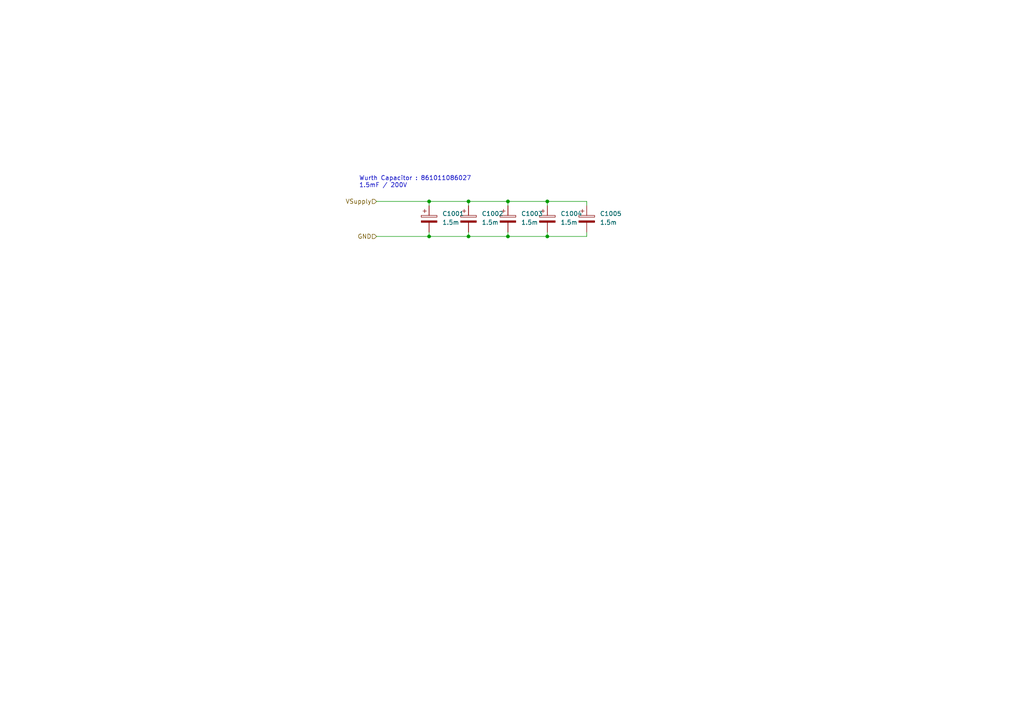
<source format=kicad_sch>
(kicad_sch (version 20231120) (generator "eeschema") (generator_version "8.0")
  (paper "A4")
  (title_block (title "AAP Inverter") (date "2023-05-01") (company "ENSEA"))
  (lib_symbols
    (symbol "Device:C_Polarized" (pin_numbers hide) (pin_names (offset 0.254))
      (property "Reference" "C" (at 0.635 2.54 0))
      (property "Value" "C_Polarized" (at 0.635 -2.54 0))
      (symbol "C_Polarized_0_1"
        (rectangle (start -2.286 0.508) (end 2.286 1.016))
        (polyline (pts (xy -1.778 2.286) (xy -0.762 2.286)))
        (polyline (pts (xy -1.27 2.794) (xy -1.27 1.778)))
        (rectangle (start 2.286 -0.508) (end -2.286 -1.016) (fill (type outline)))
      )
      (symbol "C_Polarized_1_1"
        (pin passive line (at 0 3.81 270) (length 2.794) (name "~") (number "1"))
        (pin passive line (at 0 -3.81 90) (length 2.794) (name "~") (number "2"))
      )
    )
  )
  (junction (at 147.32 68.58))
  (junction (at 124.46 58.42))
  (junction (at 158.75 68.58))
  (junction (at 135.89 58.42))
  (junction (at 147.32 58.42))
  (junction (at 124.46 68.58))
  (junction (at 158.75 58.42))
  (junction (at 135.89 68.58))
  (wire (pts (xy 147.32 58.42) (xy 158.75 58.42)))
  (wire (pts (xy 124.46 58.42) (xy 124.46 59.69)))
  (wire (pts (xy 109.22 68.58) (xy 124.46 68.58)))
  (wire (pts (xy 158.75 58.42) (xy 158.75 59.69)))
  (wire (pts (xy 124.46 67.31) (xy 124.46 68.58)))
  (wire (pts (xy 147.32 68.58) (xy 158.75 68.58)))
  (wire (pts (xy 135.89 58.42) (xy 147.32 58.42)))
  (wire (pts (xy 109.22 58.42) (xy 124.46 58.42)))
  (wire (pts (xy 158.75 67.31) (xy 158.75 68.58)))
  (wire (pts (xy 147.32 58.42) (xy 147.32 59.69)))
  (wire (pts (xy 135.89 67.31) (xy 135.89 68.58)))
  (wire (pts (xy 158.75 58.42) (xy 170.18 58.42)))
  (wire (pts (xy 135.89 68.58) (xy 147.32 68.58)))
  (wire (pts (xy 170.18 59.69) (xy 170.18 58.42)))
  (wire (pts (xy 124.46 68.58) (xy 135.89 68.58)))
  (wire (pts (xy 124.46 58.42) (xy 135.89 58.42)))
  (wire (pts (xy 147.32 67.31) (xy 147.32 68.58)))
  (wire (pts (xy 170.18 67.31) (xy 170.18 68.58)))
  (wire (pts (xy 135.89 59.69) (xy 135.89 58.42)))
  (wire (pts (xy 158.75 68.58) (xy 170.18 68.58)))
  (text "Wurth Capacitor : 861011086027\n1.5mF / 200V" (at 104.14 54.61 0) (effects (font (size 1.27 1.27)) (justify left bottom)))
  (hierarchical_label "VSupply" (shape input) (at 109.22 58.42 180))
  (hierarchical_label "GND" (shape input) (at 109.22 68.58 180))
  (symbol (lib_id "Device:C_Polarized") (at 135.89 63.5 0) (unit 1)
    (property "Reference" "C1002" (at 139.7 61.976 0) (effects (justify left)))
    (property "Value" "1.5m" (at 139.7 64.516 0) (effects (justify left)))
    (property "Footprint" "Capacitor_THT:CP_Radial_D35.0mm_P10.00mm_SnapIn" (effects (hide yes)))
    (property "Fournisseur" "Wurth" (effects (hide yes)))
    (property "MFR" "861 011 086 027" (effects (hide yes)))
  )
  (symbol (lib_id "Device:C_Polarized") (at 170.18 63.5 0) (unit 1)
    (property "Reference" "C1005" (at 173.99 61.976 0) (effects (justify left)))
    (property "Value" "1.5m" (at 173.99 64.516 0) (effects (justify left)))
    (property "Footprint" "Capacitor_THT:CP_Radial_D35.0mm_P10.00mm_SnapIn" (effects (hide yes)))
    (property "Fournisseur" "Wurth" (effects (hide yes)))
    (property "MFR" "861 011 086 027" (effects (hide yes)))
  )
  (symbol (lib_id "Device:C_Polarized") (at 147.32 63.5 0) (unit 1)
    (property "Reference" "C1003" (at 151.13 61.976 0) (effects (justify left)))
    (property "Value" "1.5m" (at 151.13 64.516 0) (effects (justify left)))
    (property "Footprint" "Capacitor_THT:CP_Radial_D35.0mm_P10.00mm_SnapIn" (effects (hide yes)))
    (property "Fournisseur" "Wurth" (effects (hide yes)))
    (property "MFR" "861 011 086 027" (effects (hide yes)))
  )
  (symbol (lib_id "Device:C_Polarized") (at 158.75 63.5 0) (unit 1)
    (property "Reference" "C1004" (at 162.56 61.976 0) (effects (justify left)))
    (property "Value" "1.5m" (at 162.56 64.516 0) (effects (justify left)))
    (property "Footprint" "Capacitor_THT:CP_Radial_D35.0mm_P10.00mm_SnapIn" (effects (hide yes)))
    (property "Fournisseur" "Wurth" (effects (hide yes)))
    (property "MFR" "861 011 086 027" (effects (hide yes)))
  )
  (symbol (lib_id "Device:C_Polarized") (at 124.46 63.5 0) (unit 1)
    (property "Reference" "C1001" (at 128.27 61.976 0) (effects (justify left)))
    (property "Value" "1.5m" (at 128.27 64.516 0) (effects (justify left)))
    (property "Footprint" "Capacitor_THT:CP_Radial_D35.0mm_P10.00mm_SnapIn" (effects (hide yes)))
    (property "Fournisseur" "Wurth" (effects (hide yes)))
    (property "MFR" "861 011 086 027" (effects (hide yes)))
  )
)
</source>
